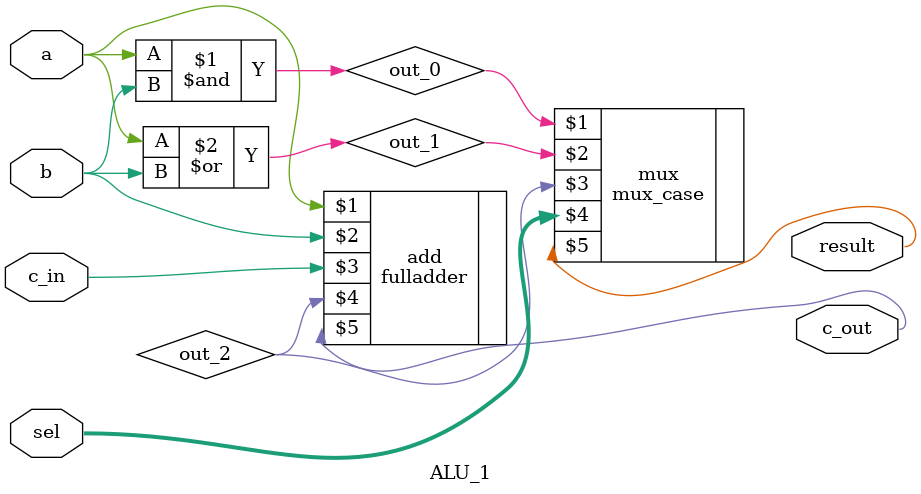
<source format=v>
module ALU_1 (input a, input b, input c_in, input [1:0]sel, output result, c_out);
    wire out_0, out_1, out_2;
    assign out_0 = a & b;
    assign out_1 = a | b;
    fulladder add(a, b, c_in, out_2, c_out);
    mux_case mux(out_0, out_1, out_2, sel, result);
endmodule

</source>
